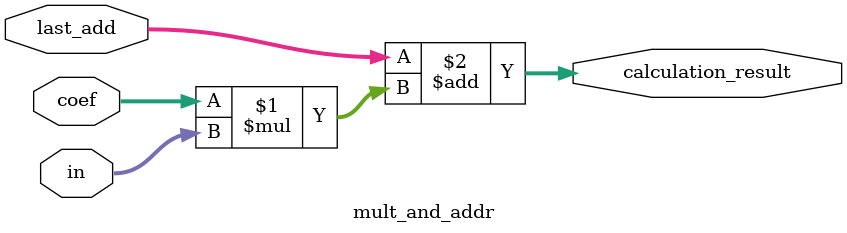
<source format=v>
module mult_and_addr(coef , in , last_add , calculation_result);
parameter in_WIDTH = 8;
parameter filter_LENGTH = 8;
parameter counter_size = $clog2(filter_LENGTH);
parameter out_WIDTH = in_WIDTH*2 + counter_size + 1;

input signed[in_WIDTH-1:0]coef;
input signed[in_WIDTH-1:0]in;
input signed[out_WIDTH-1:0]last_add;

output signed[out_WIDTH-1:0]calculation_result;

assign calculation_result = last_add + coef*in;
endmodule
</source>
